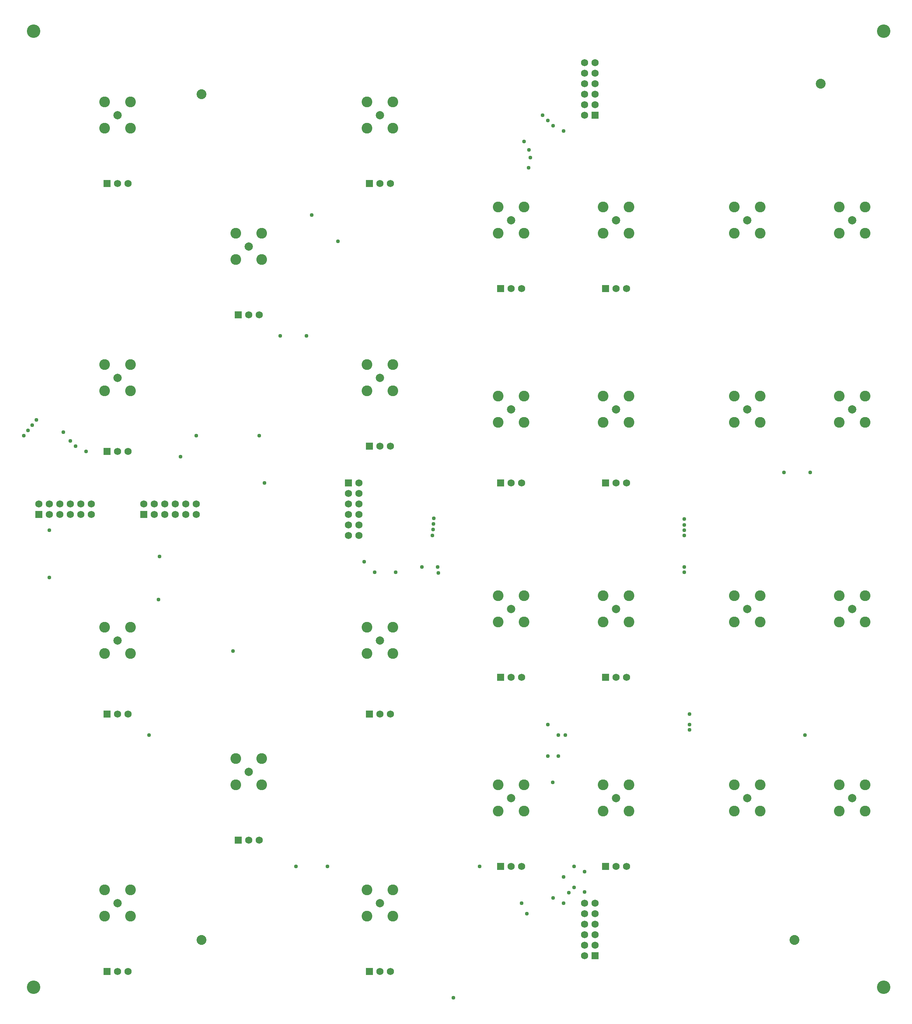
<source format=gbr>
G04 EAGLE Gerber RS-274X export*
G75*
%MOMM*%
%FSLAX34Y34*%
%LPD*%
%INSoldermask Top*%
%IPPOS*%
%AMOC8*
5,1,8,0,0,1.08239X$1,22.5*%
G01*
G04 Define Apertures*
%ADD10C,3.251200*%
%ADD11R,1.733200X1.733200*%
%ADD12C,1.733200*%
%ADD13C,2.003200*%
%ADD14C,2.603200*%
%ADD15R,1.727200X1.727200*%
%ADD16C,1.727200*%
%ADD17C,2.387600*%
%ADD18C,0.959600*%
D10*
X50800Y2362200D03*
X50800Y50800D03*
X2108200Y50800D03*
X2108200Y2362200D03*
D11*
X63500Y1193800D03*
D12*
X63500Y1219200D03*
X88900Y1193800D03*
X88900Y1219200D03*
X114300Y1193800D03*
X114300Y1219200D03*
X139700Y1193800D03*
X139700Y1219200D03*
X165100Y1193800D03*
X165100Y1219200D03*
X190500Y1193800D03*
X190500Y1219200D03*
D13*
X2032000Y965200D03*
D14*
X2063500Y996700D03*
X2063500Y933700D03*
X2000500Y933700D03*
X2000500Y996700D03*
D13*
X2032000Y1447800D03*
D14*
X2063500Y1479300D03*
X2063500Y1416300D03*
X2000500Y1416300D03*
X2000500Y1479300D03*
D13*
X2032000Y1905000D03*
D14*
X2063500Y1936500D03*
X2063500Y1873500D03*
X2000500Y1873500D03*
X2000500Y1936500D03*
D13*
X254000Y1524000D03*
D14*
X285500Y1555500D03*
X285500Y1492500D03*
X222500Y1492500D03*
X222500Y1555500D03*
D13*
X571500Y1841500D03*
D14*
X603000Y1873000D03*
X603000Y1810000D03*
X540000Y1810000D03*
X540000Y1873000D03*
D13*
X254000Y2159000D03*
D14*
X285500Y2190500D03*
X285500Y2127500D03*
X222500Y2127500D03*
X222500Y2190500D03*
D13*
X2032000Y508000D03*
D14*
X2063500Y539500D03*
X2063500Y476500D03*
X2000500Y476500D03*
X2000500Y539500D03*
D13*
X254000Y254000D03*
D14*
X285500Y285500D03*
X285500Y222500D03*
X222500Y222500D03*
X222500Y285500D03*
D13*
X254000Y889000D03*
D14*
X285500Y920500D03*
X285500Y857500D03*
X222500Y857500D03*
X222500Y920500D03*
D13*
X889000Y2159000D03*
D14*
X920500Y2190500D03*
X920500Y2127500D03*
X857500Y2127500D03*
X857500Y2190500D03*
D13*
X571500Y571500D03*
D14*
X603000Y603000D03*
X603000Y540000D03*
X540000Y540000D03*
X540000Y603000D03*
D13*
X889000Y254000D03*
D14*
X920500Y285500D03*
X920500Y222500D03*
X857500Y222500D03*
X857500Y285500D03*
D13*
X889000Y889000D03*
D14*
X920500Y920500D03*
X920500Y857500D03*
X857500Y857500D03*
X857500Y920500D03*
D13*
X889000Y1524000D03*
D14*
X920500Y1555500D03*
X920500Y1492500D03*
X857500Y1492500D03*
X857500Y1555500D03*
D13*
X1206500Y508000D03*
D14*
X1238000Y539500D03*
X1238000Y476500D03*
X1175000Y476500D03*
X1175000Y539500D03*
D13*
X1206500Y965200D03*
D14*
X1238000Y996700D03*
X1238000Y933700D03*
X1175000Y933700D03*
X1175000Y996700D03*
D13*
X1206500Y1447800D03*
D14*
X1238000Y1479300D03*
X1238000Y1416300D03*
X1175000Y1416300D03*
X1175000Y1479300D03*
D13*
X1206500Y1905000D03*
D14*
X1238000Y1936500D03*
X1238000Y1873500D03*
X1175000Y1873500D03*
X1175000Y1936500D03*
D13*
X1460500Y1905000D03*
D14*
X1492000Y1936500D03*
X1492000Y1873500D03*
X1429000Y1873500D03*
X1429000Y1936500D03*
D13*
X1460500Y1447800D03*
D14*
X1492000Y1479300D03*
X1492000Y1416300D03*
X1429000Y1416300D03*
X1429000Y1479300D03*
D13*
X1460500Y965200D03*
D14*
X1492000Y996700D03*
X1492000Y933700D03*
X1429000Y933700D03*
X1429000Y996700D03*
D13*
X1460500Y508000D03*
D14*
X1492000Y539500D03*
X1492000Y476500D03*
X1429000Y476500D03*
X1429000Y539500D03*
D13*
X1778000Y1905000D03*
D14*
X1809500Y1936500D03*
X1809500Y1873500D03*
X1746500Y1873500D03*
X1746500Y1936500D03*
D13*
X1778000Y1447800D03*
D14*
X1809500Y1479300D03*
X1809500Y1416300D03*
X1746500Y1416300D03*
X1746500Y1479300D03*
D13*
X1778000Y965200D03*
D14*
X1809500Y996700D03*
X1809500Y933700D03*
X1746500Y933700D03*
X1746500Y996700D03*
D13*
X1778000Y508000D03*
D14*
X1809500Y539500D03*
X1809500Y476500D03*
X1746500Y476500D03*
X1746500Y539500D03*
D11*
X317500Y1193800D03*
D12*
X317500Y1219200D03*
X342900Y1193800D03*
X342900Y1219200D03*
X368300Y1193800D03*
X368300Y1219200D03*
X393700Y1193800D03*
X393700Y1219200D03*
X419100Y1193800D03*
X419100Y1219200D03*
X444500Y1193800D03*
X444500Y1219200D03*
D11*
X812800Y1270000D03*
D12*
X838200Y1270000D03*
X812800Y1244600D03*
X838200Y1244600D03*
X812800Y1219200D03*
X838200Y1219200D03*
X812800Y1193800D03*
X838200Y1193800D03*
X812800Y1168400D03*
X838200Y1168400D03*
X812800Y1143000D03*
X838200Y1143000D03*
D11*
X1409700Y2159000D03*
D12*
X1384300Y2159000D03*
X1409700Y2184400D03*
X1384300Y2184400D03*
X1409700Y2209800D03*
X1384300Y2209800D03*
X1409700Y2235200D03*
X1384300Y2235200D03*
X1409700Y2260600D03*
X1384300Y2260600D03*
X1409700Y2286000D03*
X1384300Y2286000D03*
D11*
X1409700Y127000D03*
D12*
X1384300Y127000D03*
X1409700Y152400D03*
X1384300Y152400D03*
X1409700Y177800D03*
X1384300Y177800D03*
X1409700Y203200D03*
X1384300Y203200D03*
X1409700Y228600D03*
X1384300Y228600D03*
X1409700Y254000D03*
X1384300Y254000D03*
D15*
X228600Y1993900D03*
D16*
X254000Y1993900D03*
X279400Y1993900D03*
D15*
X546100Y1676400D03*
D16*
X571500Y1676400D03*
X596900Y1676400D03*
D15*
X863600Y1993900D03*
D16*
X889000Y1993900D03*
X914400Y1993900D03*
D15*
X228600Y1346200D03*
D16*
X254000Y1346200D03*
X279400Y1346200D03*
D15*
X863600Y1358900D03*
D16*
X889000Y1358900D03*
X914400Y1358900D03*
D15*
X228600Y711200D03*
D16*
X254000Y711200D03*
X279400Y711200D03*
D15*
X546100Y406400D03*
D16*
X571500Y406400D03*
X596900Y406400D03*
D15*
X228600Y88900D03*
D16*
X254000Y88900D03*
X279400Y88900D03*
D15*
X863600Y88900D03*
D16*
X889000Y88900D03*
X914400Y88900D03*
D15*
X1181100Y1739900D03*
D16*
X1206500Y1739900D03*
X1231900Y1739900D03*
D15*
X1435100Y1739900D03*
D16*
X1460500Y1739900D03*
X1485900Y1739900D03*
D15*
X1181100Y1270000D03*
D16*
X1206500Y1270000D03*
X1231900Y1270000D03*
D15*
X1435100Y1270000D03*
D16*
X1460500Y1270000D03*
X1485900Y1270000D03*
D15*
X1181100Y800100D03*
D16*
X1206500Y800100D03*
X1231900Y800100D03*
D15*
X1435100Y800100D03*
D16*
X1460500Y800100D03*
X1485900Y800100D03*
D15*
X1181100Y342900D03*
D16*
X1206500Y342900D03*
X1231900Y342900D03*
D15*
X1435100Y342900D03*
D16*
X1460500Y342900D03*
X1485900Y342900D03*
D15*
X863600Y711200D03*
D16*
X889000Y711200D03*
X914400Y711200D03*
D17*
X1955800Y2235200D03*
X457200Y2209800D03*
X1892300Y165100D03*
X457200Y165100D03*
D18*
X1130300Y342900D03*
X1066800Y25400D03*
X88900Y1155700D03*
X88900Y1041400D03*
X122362Y1392362D03*
X57122Y1422400D03*
X139700Y1371600D03*
X46962Y1409700D03*
X152400Y1358900D03*
X36802Y1397000D03*
X26642Y1384300D03*
X177800Y1346200D03*
X355600Y1092200D03*
X353053Y988053D03*
X596900Y1384300D03*
X444500Y1384300D03*
X1625600Y1054100D03*
X1030412Y1052388D03*
X1625600Y1066800D03*
X1028700Y1066800D03*
X1638300Y685800D03*
X876300Y1054100D03*
X1638300Y673100D03*
X927100Y1054100D03*
X1917700Y660400D03*
X850900Y1079500D03*
X1625600Y1182342D03*
X1019381Y1184481D03*
X1930400Y1295400D03*
X1866900Y1295400D03*
X1625600Y1168400D03*
X1018547Y1170947D03*
X1625600Y1155700D03*
X1017712Y1157412D03*
X1625600Y1143000D03*
X1016000Y1143000D03*
X1638300Y711200D03*
X990600Y1066800D03*
X1333500Y2120900D03*
X1248438Y2032000D03*
X1308100Y2133600D03*
X1253041Y2056566D03*
X1295400Y2146300D03*
X1249238Y2074738D03*
X1295400Y609600D03*
X1295400Y685800D03*
X1282700Y2159000D03*
X1237836Y2095500D03*
X1358900Y342900D03*
X1358900Y292100D03*
X647700Y1625600D03*
X711200Y1625600D03*
X1384300Y330200D03*
X1384300Y280672D03*
X723900Y1917700D03*
X787400Y1854200D03*
X1320800Y660400D03*
X1320800Y609600D03*
X1333500Y317500D03*
X1346200Y279400D03*
X685800Y342900D03*
X762000Y342900D03*
X330200Y660400D03*
X533400Y863600D03*
X406400Y1333500D03*
X609600Y1270000D03*
X1231900Y254000D03*
X1244600Y228600D03*
X1308100Y266700D03*
X1333500Y254000D03*
X1307178Y546100D03*
X1337658Y660400D03*
M02*

</source>
